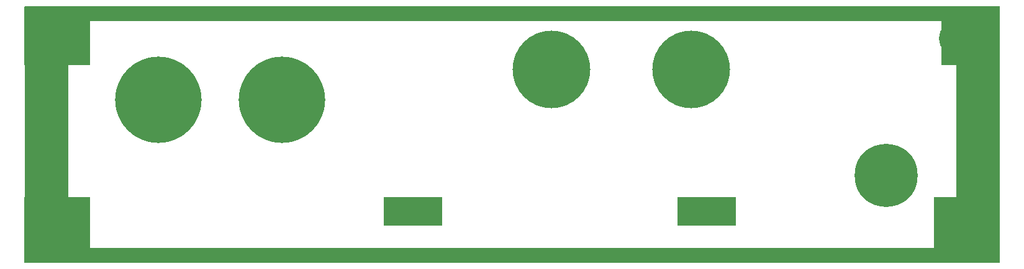
<source format=gbr>
G04 EAGLE Gerber RS-274X export*
G75*
%MOMM*%
%FSLAX34Y34*%
%LPD*%
%INSoldermask Bottom*%
%IPPOS*%
%AMOC8*
5,1,8,0,0,1.08239X$1,22.5*%
G01*
%ADD10C,11.801600*%
%ADD11C,10.601600*%
%ADD12C,8.601600*%
%ADD13R,6.000000X35.000000*%
%ADD14R,9.000000X9.000000*%
%ADD15R,9.000000X8.000000*%
%ADD16R,8.000000X8.000000*%
%ADD17R,8.000000X4.000000*%
%ADD18R,133.000000X2.000000*%
%ADD19C,4.417600*%


D10*
X182400Y222800D03*
X351310Y222800D03*
D11*
X718340Y264000D03*
X908840Y264000D03*
D12*
X1174940Y119000D03*
D13*
X30000Y175000D03*
X1300000Y175000D03*
D14*
X1285000Y45000D03*
X45000Y45000D03*
D15*
X45000Y310000D03*
D16*
X1290000Y310000D03*
D17*
X530000Y70000D03*
X930000Y70000D03*
D18*
X665000Y340000D03*
X665000Y10000D03*
D19*
X59210Y306600D03*
X59210Y56700D03*
X1269210Y56700D03*
X1269210Y306600D03*
M02*

</source>
